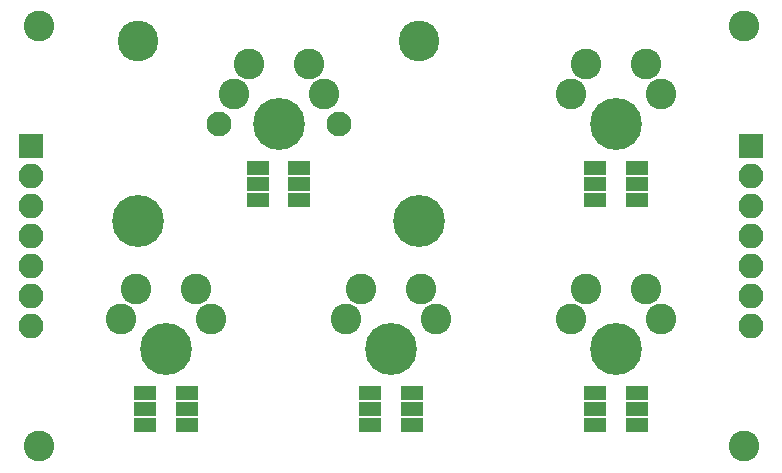
<source format=gbr>
G04 #@! TF.GenerationSoftware,KiCad,Pcbnew,(5.0.0-rc2-dev-471-ge4feb315d)*
G04 #@! TF.CreationDate,2018-05-05T14:14:47+01:00*
G04 #@! TF.ProjectId,cherry_breakout_2u_double_side,6368657272795F627265616B6F75745F,rev?*
G04 #@! TF.SameCoordinates,Original*
G04 #@! TF.FileFunction,Soldermask,Bot*
G04 #@! TF.FilePolarity,Negative*
%FSLAX46Y46*%
G04 Gerber Fmt 4.6, Leading zero omitted, Abs format (unit mm)*
G04 Created by KiCad (PCBNEW (5.0.0-rc2-dev-471-ge4feb315d)) date Sat May  5 14:14:47 2018*
%MOMM*%
%LPD*%
G01*
G04 APERTURE LIST*
%ADD10C,2.600000*%
%ADD11R,1.900000X1.300000*%
%ADD12R,2.100000X2.100000*%
%ADD13O,2.100000X2.100000*%
%ADD14C,3.450000*%
%ADD15C,4.400000*%
%ADD16C,2.100000*%
G04 APERTURE END LIST*
D10*
X129540000Y-125730000D03*
X129540000Y-90170000D03*
X189230000Y-90170000D03*
D11*
X138585000Y-121205000D03*
X138585000Y-122555000D03*
X138585000Y-123905000D03*
X142085000Y-121205000D03*
X142085000Y-122555000D03*
X142085000Y-123905000D03*
X151610000Y-104855000D03*
X151610000Y-103505000D03*
X151610000Y-102155000D03*
X148110000Y-104855000D03*
X148110000Y-103505000D03*
X148110000Y-102155000D03*
X161135000Y-123905000D03*
X161135000Y-122555000D03*
X161135000Y-121205000D03*
X157635000Y-123905000D03*
X157635000Y-122555000D03*
X157635000Y-121205000D03*
X176685000Y-121205000D03*
X176685000Y-122555000D03*
X176685000Y-123905000D03*
X180185000Y-121205000D03*
X180185000Y-122555000D03*
X180185000Y-123905000D03*
X176685000Y-102155000D03*
X176685000Y-103505000D03*
X176685000Y-104855000D03*
X180185000Y-102155000D03*
X180185000Y-103505000D03*
X180185000Y-104855000D03*
D12*
X128905000Y-100330000D03*
D13*
X128905000Y-102870000D03*
X128905000Y-105410000D03*
X128905000Y-107950000D03*
X128905000Y-110490000D03*
X128905000Y-113030000D03*
X128905000Y-115570000D03*
X189865000Y-115570000D03*
X189865000Y-113030000D03*
X189865000Y-110490000D03*
X189865000Y-107950000D03*
X189865000Y-105410000D03*
X189865000Y-102870000D03*
D12*
X189865000Y-100330000D03*
D14*
X161760000Y-91425000D03*
X137960000Y-91425000D03*
D15*
X137960000Y-106665000D03*
X161760000Y-106665000D03*
D16*
X154940000Y-98425000D03*
X144780000Y-98425000D03*
D15*
X149860000Y-98425000D03*
D10*
X146050000Y-95885000D03*
X152400000Y-93345000D03*
D15*
X140335000Y-117475000D03*
D10*
X136525000Y-114935000D03*
X142875000Y-112395000D03*
X137795000Y-112395000D03*
X144145000Y-114935000D03*
D15*
X140335000Y-117475000D03*
D10*
X147320000Y-93345000D03*
X153670000Y-95885000D03*
D15*
X149860000Y-98425000D03*
D16*
X154940000Y-98425000D03*
X144780000Y-98425000D03*
D15*
X137960000Y-106665000D03*
X161760000Y-106665000D03*
D14*
X161760000Y-91425000D03*
X137960000Y-91425000D03*
D15*
X159385000Y-117475000D03*
D10*
X163195000Y-114935000D03*
X156845000Y-112395000D03*
X161925000Y-112395000D03*
X155575000Y-114935000D03*
D15*
X159385000Y-117475000D03*
X178435000Y-98425000D03*
D10*
X174625000Y-95885000D03*
X180975000Y-93345000D03*
D15*
X178435000Y-117475000D03*
D10*
X174625000Y-114935000D03*
X180975000Y-112395000D03*
X175895000Y-112395000D03*
X182245000Y-114935000D03*
D15*
X178435000Y-117475000D03*
D10*
X175895000Y-93345000D03*
X182245000Y-95885000D03*
D15*
X178435000Y-98425000D03*
D10*
X189230000Y-125730000D03*
M02*

</source>
